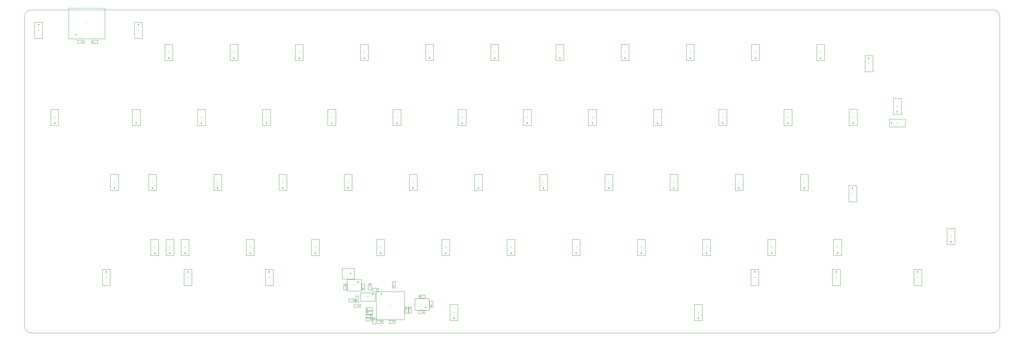
<source format=gbr>
%TF.GenerationSoftware,KiCad,Pcbnew,8.0.6*%
%TF.CreationDate,2024-12-06T10:28:13+08:00*%
%TF.ProjectId,PH60_Rev2,50483630-5f52-4657-9632-2e6b69636164,rev?*%
%TF.SameCoordinates,Original*%
%TF.FileFunction,Component,L2,Bot*%
%TF.FilePolarity,Positive*%
%FSLAX46Y46*%
G04 Gerber Fmt 4.6, Leading zero omitted, Abs format (unit mm)*
G04 Created by KiCad (PCBNEW 8.0.6) date 2024-12-06 10:28:13*
%MOMM*%
%LPD*%
G01*
G04 APERTURE LIST*
%TA.AperFunction,ComponentMain*%
%ADD10C,0.300000*%
%TD*%
%TA.AperFunction,ComponentOutline,Courtyard*%
%ADD11C,0.100000*%
%TD*%
%TA.AperFunction,ComponentPin*%
%ADD12P,0.360000X4X0.000000*%
%TD*%
%TA.AperFunction,ComponentPin*%
%ADD13C,0.100000*%
%TD*%
%TA.AperFunction,Profile*%
%ADD14C,0.050000*%
%TD*%
G04 APERTURE END LIST*
D10*
%TO.C,D1*%
%TO.CFtp,D_SOD-123*%
%TO.CVal,DIODE*%
%TO.CLbN,Diode_SMD*%
%TO.CMnt,SMD*%
%TO.CRot,90*%
X33020000Y-34870000D03*
D11*
X34169999Y-32520001D02*
X34169999Y-37219999D01*
X31870001Y-37219999D01*
X31870001Y-32520001D01*
X34169999Y-32520001D01*
D12*
%TO.P,D1,1,K*%
X33020000Y-33220000D03*
D13*
%TO.P,D1,2,A*%
X33020000Y-36520000D03*
%TD*%
D10*
%TO.C,D46*%
%TO.CFtp,D_SOD-123*%
%TO.CVal,DIODE*%
%TO.CLbN,Diode_SMD*%
%TO.CMnt,SMD*%
%TO.CRot,-90*%
X94932500Y-98480000D03*
D11*
X96082499Y-96130001D02*
X96082499Y-100829999D01*
X93782501Y-100829999D01*
X93782501Y-96130001D01*
X96082499Y-96130001D01*
D12*
%TO.P,D46,1,K*%
X94932500Y-100130000D03*
D13*
%TO.P,D46,2,A*%
X94932500Y-96830000D03*
%TD*%
D10*
%TO.C,D32*%
%TO.CFtp,D_SOD-123*%
%TO.CVal,DIODE*%
%TO.CLbN,Diode_SMD*%
%TO.CMnt,SMD*%
%TO.CRot,-90*%
X104457500Y-79430000D03*
D11*
X105607499Y-77080001D02*
X105607499Y-81779999D01*
X103307501Y-81779999D01*
X103307501Y-77080001D01*
X105607499Y-77080001D01*
D12*
%TO.P,D32,1,K*%
X104457500Y-81080000D03*
D13*
%TO.P,D32,2,A*%
X104457500Y-77780000D03*
%TD*%
D10*
%TO.C,D34*%
%TO.CFtp,D_SOD-123*%
%TO.CVal,DIODE*%
%TO.CLbN,Diode_SMD*%
%TO.CMnt,SMD*%
%TO.CRot,-90*%
X142557500Y-79430000D03*
D11*
X143707499Y-77080001D02*
X143707499Y-81779999D01*
X141407501Y-81779999D01*
X141407501Y-77080001D01*
X143707499Y-77080001D01*
D12*
%TO.P,D34,1,K*%
X142557500Y-81080000D03*
D13*
%TO.P,D34,2,A*%
X142557500Y-77780000D03*
%TD*%
D10*
%TO.C,D41*%
%TO.CFtp,D_SOD-123*%
%TO.CVal,DIODE*%
%TO.CLbN,Diode_SMD*%
%TO.CMnt,SMD*%
%TO.CRot,90*%
X270987500Y-82730000D03*
D11*
X272137499Y-80380001D02*
X272137499Y-85079999D01*
X269837501Y-85079999D01*
X269837501Y-80380001D01*
X272137499Y-80380001D01*
D12*
%TO.P,D41,1,K*%
X270987500Y-81080000D03*
D13*
%TO.P,D41,2,A*%
X270987500Y-84380000D03*
%TD*%
D10*
%TO.C,D56*%
%TO.CFtp,D_SOD-123*%
%TO.CVal,DIODE*%
%TO.CLbN,Diode_SMD*%
%TO.CMnt,SMD*%
%TO.CRot,-90*%
X299720000Y-95250000D03*
D11*
X300869999Y-92900001D02*
X300869999Y-97599999D01*
X298570001Y-97599999D01*
X298570001Y-92900001D01*
X300869999Y-92900001D01*
D12*
%TO.P,D56,1,K*%
X299720000Y-96900000D03*
D13*
%TO.P,D56,2,A*%
X299720000Y-93600000D03*
%TD*%
D10*
%TO.C,D50*%
%TO.CFtp,D_SOD-123*%
%TO.CVal,DIODE*%
%TO.CLbN,Diode_SMD*%
%TO.CMnt,SMD*%
%TO.CRot,-90*%
X171132500Y-98480000D03*
D11*
X172282499Y-96130001D02*
X172282499Y-100829999D01*
X169982501Y-100829999D01*
X169982501Y-96130001D01*
X172282499Y-96130001D01*
D12*
%TO.P,D50,1,K*%
X171132500Y-100130000D03*
D13*
%TO.P,D50,2,A*%
X171132500Y-96830000D03*
%TD*%
D10*
%TO.C,D51*%
%TO.CFtp,D_SOD-123*%
%TO.CVal,DIODE*%
%TO.CLbN,Diode_SMD*%
%TO.CMnt,SMD*%
%TO.CRot,-90*%
X190182500Y-98480000D03*
D11*
X191332499Y-96130001D02*
X191332499Y-100829999D01*
X189032501Y-100829999D01*
X189032501Y-96130001D01*
X191332499Y-96130001D01*
D12*
%TO.P,D51,1,K*%
X190182500Y-100130000D03*
D13*
%TO.P,D51,2,A*%
X190182500Y-96830000D03*
%TD*%
D10*
%TO.C,D5*%
%TO.CFtp,D_SOD-123*%
%TO.CVal,DIODE*%
%TO.CLbN,Diode_SMD*%
%TO.CMnt,SMD*%
%TO.CRot,-90*%
X109220000Y-41330000D03*
D11*
X110369999Y-38980001D02*
X110369999Y-43679999D01*
X108070001Y-43679999D01*
X108070001Y-38980001D01*
X110369999Y-38980001D01*
D12*
%TO.P,D5,1,K*%
X109220000Y-42980000D03*
D13*
%TO.P,D5,2,A*%
X109220000Y-39680000D03*
%TD*%
D10*
%TO.C,R1*%
%TO.CFtp,R_0402_1005Metric*%
%TO.CVal,1k*%
%TO.CLbN,Resistor_SMD*%
%TO.CMnt,SMD*%
%TO.CRot,90*%
X129900000Y-110020000D03*
D11*
X130369999Y-109090001D02*
X130369999Y-110949999D01*
X129430001Y-110949999D01*
X129430001Y-109090001D01*
X130369999Y-109090001D01*
D12*
%TO.P,R1,1*%
X129900000Y-109510000D03*
D13*
%TO.P,R1,2*%
X129900000Y-110530000D03*
%TD*%
D10*
%TO.C,D38*%
%TO.CFtp,D_SOD-123*%
%TO.CVal,DIODE*%
%TO.CLbN,Diode_SMD*%
%TO.CMnt,SMD*%
%TO.CRot,-90*%
X218757500Y-79430000D03*
D11*
X219907499Y-77080001D02*
X219907499Y-81779999D01*
X217607501Y-81779999D01*
X217607501Y-77080001D01*
X219907499Y-77080001D01*
D12*
%TO.P,D38,1,K*%
X218757500Y-81080000D03*
D13*
%TO.P,D38,2,A*%
X218757500Y-77780000D03*
%TD*%
D10*
%TO.C,D52*%
%TO.CFtp,D_SOD-123*%
%TO.CVal,DIODE*%
%TO.CLbN,Diode_SMD*%
%TO.CMnt,SMD*%
%TO.CRot,-90*%
X209232500Y-98480000D03*
D11*
X210382499Y-96130001D02*
X210382499Y-100829999D01*
X208082501Y-100829999D01*
X208082501Y-96130001D01*
X210382499Y-96130001D01*
D12*
%TO.P,D52,1,K*%
X209232500Y-100130000D03*
D13*
%TO.P,D52,2,A*%
X209232500Y-96830000D03*
%TD*%
D10*
%TO.C,D60*%
%TO.CFtp,D_SOD-123*%
%TO.CVal,DIODE*%
%TO.CLbN,Diode_SMD*%
%TO.CMnt,SMD*%
%TO.CRot,-90*%
X154463750Y-117530000D03*
D11*
X155613749Y-115180001D02*
X155613749Y-119879999D01*
X153313751Y-119879999D01*
X153313751Y-115180001D01*
X155613749Y-115180001D01*
D12*
%TO.P,D60,1,K*%
X154463750Y-119180000D03*
D13*
%TO.P,D60,2,A*%
X154463750Y-115880000D03*
%TD*%
D10*
%TO.C,D48*%
%TO.CFtp,D_SOD-123*%
%TO.CVal,DIODE*%
%TO.CLbN,Diode_SMD*%
%TO.CMnt,SMD*%
%TO.CRot,-90*%
X133032500Y-98480000D03*
D11*
X134182499Y-96130001D02*
X134182499Y-100829999D01*
X131882501Y-100829999D01*
X131882501Y-96130001D01*
X134182499Y-96130001D01*
D12*
%TO.P,D48,1,K*%
X133032500Y-100130000D03*
D13*
%TO.P,D48,2,A*%
X133032500Y-96830000D03*
%TD*%
D10*
%TO.C,D20*%
%TO.CFtp,D_SOD-123*%
%TO.CVal,DIODE*%
%TO.CLbN,Diode_SMD*%
%TO.CMnt,SMD*%
%TO.CRot,-90*%
X137795000Y-60380000D03*
D11*
X138944999Y-58030001D02*
X138944999Y-62729999D01*
X136645001Y-62729999D01*
X136645001Y-58030001D01*
X138944999Y-58030001D01*
D12*
%TO.P,D20,1,K*%
X137795000Y-62030000D03*
D13*
%TO.P,D20,2,A*%
X137795000Y-58730000D03*
%TD*%
D10*
%TO.C,C8*%
%TO.CFtp,C_0402_1005Metric*%
%TO.CVal,1u*%
%TO.CLbN,Capacitor_SMD*%
%TO.CMnt,SMD*%
%TO.CRot,0*%
X129650000Y-118550000D03*
D11*
X130559999Y-118090001D02*
X130559999Y-119009999D01*
X128740001Y-119009999D01*
X128740001Y-118090001D01*
X130559999Y-118090001D01*
D12*
%TO.P,C8,1*%
X130130000Y-118550000D03*
D13*
%TO.P,C8,2*%
X129170000Y-118550000D03*
%TD*%
D10*
%TO.C,R4*%
%TO.CFtp,R_0402_1005Metric*%
%TO.CVal,27.4*%
%TO.CLbN,Resistor_SMD*%
%TO.CMnt,SMD*%
%TO.CRot,180*%
X129650000Y-117550000D03*
D11*
X130579999Y-117080001D02*
X130579999Y-118019999D01*
X128720001Y-118019999D01*
X128720001Y-117080001D01*
X130579999Y-117080001D01*
D12*
%TO.P,R4,1*%
X129140000Y-117550000D03*
D13*
%TO.P,R4,2*%
X130160000Y-117550000D03*
%TD*%
D10*
%TO.C,D42*%
%TO.CFtp,D_SOD-123*%
%TO.CVal,DIODE*%
%TO.CLbN,Diode_SMD*%
%TO.CMnt,SMD*%
%TO.CRot,-90*%
X284037500Y-57150000D03*
D11*
X285187499Y-54800001D02*
X285187499Y-59499999D01*
X282887501Y-59499999D01*
X282887501Y-54800001D01*
X285187499Y-54800001D01*
D12*
%TO.P,D42,1,K*%
X284037500Y-58800000D03*
D13*
%TO.P,D42,2,A*%
X284037500Y-55500000D03*
%TD*%
D10*
%TO.C,D55*%
%TO.CFtp,D_SOD-123*%
%TO.CVal,DIODE*%
%TO.CLbN,Diode_SMD*%
%TO.CMnt,SMD*%
%TO.CRot,-90*%
X266575000Y-98480000D03*
D11*
X267724999Y-96130001D02*
X267724999Y-100829999D01*
X265425001Y-100829999D01*
X265425001Y-96130001D01*
X267724999Y-96130001D01*
D12*
%TO.P,D55,1,K*%
X266575000Y-100130000D03*
D13*
%TO.P,D55,2,A*%
X266575000Y-96830000D03*
%TD*%
D10*
%TO.C,D49*%
%TO.CFtp,D_SOD-123*%
%TO.CVal,DIODE*%
%TO.CLbN,Diode_SMD*%
%TO.CMnt,SMD*%
%TO.CRot,-90*%
X152082500Y-98480000D03*
D11*
X153232499Y-96130001D02*
X153232499Y-100829999D01*
X150932501Y-100829999D01*
X150932501Y-96130001D01*
X153232499Y-96130001D01*
D12*
%TO.P,D49,1,K*%
X152082500Y-100130000D03*
D13*
%TO.P,D49,2,A*%
X152082500Y-96830000D03*
%TD*%
D10*
%TO.C,D64*%
%TO.CFtp,D_SOD-123*%
%TO.CVal,DIODE*%
%TO.CLbN,Diode_SMD*%
%TO.CMnt,SMD*%
%TO.CRot,90*%
X290037500Y-107290000D03*
D11*
X291187499Y-104940001D02*
X291187499Y-109639999D01*
X288887501Y-109639999D01*
X288887501Y-104940001D01*
X291187499Y-104940001D01*
D12*
%TO.P,D64,1,K*%
X290037500Y-105640000D03*
D13*
%TO.P,D64,2,A*%
X290037500Y-108940000D03*
%TD*%
D10*
%TO.C,D27*%
%TO.CFtp,D_SOD-123*%
%TO.CVal,DIODE*%
%TO.CLbN,Diode_SMD*%
%TO.CMnt,SMD*%
%TO.CRot,-90*%
X271145000Y-60380000D03*
D11*
X272294999Y-58030001D02*
X272294999Y-62729999D01*
X269995001Y-62729999D01*
X269995001Y-58030001D01*
X272294999Y-58030001D01*
D12*
%TO.P,D27,1,K*%
X271145000Y-62030000D03*
D13*
%TO.P,D27,2,A*%
X271145000Y-58730000D03*
%TD*%
D10*
%TO.C,C10*%
%TO.CFtp,C_0402_1005Metric*%
%TO.CVal,1u*%
%TO.CLbN,Capacitor_SMD*%
%TO.CMnt,SMD*%
%TO.CRot,0*%
X129650000Y-119550000D03*
D11*
X130559999Y-119090001D02*
X130559999Y-120009999D01*
X128740001Y-120009999D01*
X128740001Y-119090001D01*
X130559999Y-119090001D01*
D12*
%TO.P,C10,1*%
X130130000Y-119550000D03*
D13*
%TO.P,C10,2*%
X129170000Y-119550000D03*
%TD*%
D10*
%TO.C,D3*%
%TO.CFtp,D_SOD-123*%
%TO.CVal,DIODE*%
%TO.CLbN,Diode_SMD*%
%TO.CMnt,SMD*%
%TO.CRot,-90*%
X71120000Y-41330000D03*
D11*
X72269999Y-38980001D02*
X72269999Y-43679999D01*
X69970001Y-43679999D01*
X69970001Y-38980001D01*
X72269999Y-38980001D01*
D12*
%TO.P,D3,1,K*%
X71120000Y-42980000D03*
D13*
%TO.P,D3,2,A*%
X71120000Y-39680000D03*
%TD*%
D10*
%TO.C,R6*%
%TO.CFtp,R_0402_1005Metric*%
%TO.CVal,5K1*%
%TO.CLbN,Resistor_SMD*%
%TO.CMnt,SMD*%
%TO.CRot,0*%
X45390000Y-38250000D03*
D11*
X46319999Y-37780001D02*
X46319999Y-38719999D01*
X44460001Y-38719999D01*
X44460001Y-37780001D01*
X46319999Y-37780001D01*
D12*
%TO.P,R6,1*%
X45900000Y-38250000D03*
D13*
%TO.P,R6,2*%
X44880000Y-38250000D03*
%TD*%
D10*
%TO.C,D4*%
%TO.CFtp,D_SOD-123*%
%TO.CVal,DIODE*%
%TO.CLbN,Diode_SMD*%
%TO.CMnt,SMD*%
%TO.CRot,-90*%
X90170000Y-41330000D03*
D11*
X91319999Y-38980001D02*
X91319999Y-43679999D01*
X89020001Y-43679999D01*
X89020001Y-38980001D01*
X91319999Y-38980001D01*
D12*
%TO.P,D4,1,K*%
X90170000Y-42980000D03*
D13*
%TO.P,D4,2,A*%
X90170000Y-39680000D03*
%TD*%
D10*
%TO.C,D33*%
%TO.CFtp,D_SOD-123*%
%TO.CVal,DIODE*%
%TO.CLbN,Diode_SMD*%
%TO.CMnt,SMD*%
%TO.CRot,-90*%
X123507500Y-79430000D03*
D11*
X124657499Y-77080001D02*
X124657499Y-81779999D01*
X122357501Y-81779999D01*
X122357501Y-77080001D01*
X124657499Y-77080001D01*
D12*
%TO.P,D33,1,K*%
X123507500Y-81080000D03*
D13*
%TO.P,D33,2,A*%
X123507500Y-77780000D03*
%TD*%
D10*
%TO.C,C9*%
%TO.CFtp,C_0402_1005Metric*%
%TO.CVal,100n*%
%TO.CLbN,Capacitor_SMD*%
%TO.CMnt,SMD*%
%TO.CRot,90*%
X131130000Y-120030000D03*
D11*
X131589999Y-119120001D02*
X131589999Y-120939999D01*
X130670001Y-120939999D01*
X130670001Y-119120001D01*
X131589999Y-119120001D01*
D12*
%TO.P,C9,1*%
X131130000Y-119550000D03*
D13*
%TO.P,C9,2*%
X131130000Y-120510000D03*
%TD*%
D10*
%TO.C,C7*%
%TO.CFtp,C_0402_1005Metric*%
%TO.CVal,100n*%
%TO.CLbN,Capacitor_SMD*%
%TO.CMnt,SMD*%
%TO.CRot,-90*%
X126125000Y-113565758D03*
D11*
X126584999Y-112655759D02*
X126584999Y-114475757D01*
X125665001Y-114475757D01*
X125665001Y-112655759D01*
X126584999Y-112655759D01*
D12*
%TO.P,C7,1*%
X126125000Y-114045758D03*
D13*
%TO.P,C7,2*%
X126125000Y-113085758D03*
%TD*%
D10*
%TO.C,D17*%
%TO.CFtp,D_SOD-123*%
%TO.CVal,DIODE*%
%TO.CLbN,Diode_SMD*%
%TO.CMnt,SMD*%
%TO.CRot,-90*%
X80645000Y-60380000D03*
D11*
X81794999Y-58030001D02*
X81794999Y-62729999D01*
X79495001Y-62729999D01*
X79495001Y-58030001D01*
X81794999Y-58030001D01*
D12*
%TO.P,D17,1,K*%
X80645000Y-62030000D03*
D13*
%TO.P,D17,2,A*%
X80645000Y-58730000D03*
%TD*%
D10*
%TO.C,Y1*%
%TO.CFtp,Crystal_SMD_3225-4Pin_3.2x2.5mm*%
%TO.CVal,Crystal_GND24*%
%TO.CLbN,Crystal*%
%TO.CMnt,SMD*%
%TO.CRot,0*%
X145100000Y-115150000D03*
D11*
X147199999Y-113450001D02*
X147199999Y-116849999D01*
X143000001Y-116849999D01*
X143000001Y-113450001D01*
X147199999Y-113450001D01*
D12*
%TO.P,Y1,1,1*%
X146200000Y-116000000D03*
D13*
%TO.P,Y1,2,2*%
X144000000Y-116000000D03*
%TO.P,Y1,3,3*%
X144000000Y-114300000D03*
%TO.P,Y1,4,4*%
X146200000Y-114300000D03*
%TD*%
D10*
%TO.C,U2*%
%TO.CFtp,Winbond_USON-8-1EP_3x2mm_P0.5mm_EP0.2x1.6mm*%
%TO.CVal,W25Q128JVS*%
%TO.CLbN,Package_SON*%
%TO.CMnt,SMD*%
%TO.CRot,0*%
X129325000Y-112975000D03*
D11*
X131454999Y-111725001D02*
X131454999Y-114224999D01*
X127195001Y-114224999D01*
X127195001Y-111725001D01*
X131454999Y-111725001D01*
D12*
%TO.P,U2,1,~{CS}*%
X130750000Y-112225000D03*
D13*
%TO.P,U2,2,DO(IO1)*%
X130750000Y-112725000D03*
%TO.P,U2,3,IO2*%
X130750000Y-113225000D03*
%TO.P,U2,4,GND*%
X130750000Y-113725000D03*
%TO.P,U2,5,DI(IO0)*%
X127900000Y-113725000D03*
%TO.P,U2,6,CLK*%
X127900000Y-113225000D03*
%TO.P,U2,7,IO3*%
X127900000Y-112725000D03*
%TO.P,U2,8,VCC*%
X127900000Y-112225000D03*
%TO.P,U2,9*%
X129325000Y-112975000D03*
%TD*%
D10*
%TO.C,C2*%
%TO.CFtp,C_0402_1005Metric*%
%TO.CVal,20p*%
%TO.CLbN,Capacitor_SMD*%
%TO.CMnt,SMD*%
%TO.CRot,180*%
X145100000Y-112900000D03*
D11*
X146009999Y-112440001D02*
X146009999Y-113359999D01*
X144190001Y-113359999D01*
X144190001Y-112440001D01*
X146009999Y-112440001D01*
D12*
%TO.P,C2,1*%
X144620000Y-112900000D03*
D13*
%TO.P,C2,2*%
X145580000Y-112900000D03*
%TD*%
D10*
%TO.C,D28*%
%TO.CFtp,D_SOD-123*%
%TO.CVal,DIODE*%
%TO.CLbN,Diode_SMD*%
%TO.CMnt,SMD*%
%TO.CRot,180*%
X284037500Y-62030000D03*
D11*
X286387499Y-60880001D02*
X286387499Y-63179999D01*
X281687501Y-63179999D01*
X281687501Y-60880001D01*
X286387499Y-60880001D01*
D12*
%TO.P,D28,1,K*%
X282387500Y-62030000D03*
D13*
%TO.P,D28,2,A*%
X285687500Y-62030000D03*
%TD*%
D10*
%TO.C,D63*%
%TO.CFtp,D_SOD-123*%
%TO.CVal,DIODE*%
%TO.CLbN,Diode_SMD*%
%TO.CMnt,SMD*%
%TO.CRot,90*%
X266225000Y-107290000D03*
D11*
X267374999Y-104940001D02*
X267374999Y-109639999D01*
X265075001Y-109639999D01*
X265075001Y-104940001D01*
X267374999Y-104940001D01*
D12*
%TO.P,D63,1,K*%
X266225000Y-105640000D03*
D13*
%TO.P,D63,2,A*%
X266225000Y-108940000D03*
%TD*%
D10*
%TO.C,D31*%
%TO.CFtp,D_SOD-123*%
%TO.CVal,DIODE*%
%TO.CLbN,Diode_SMD*%
%TO.CMnt,SMD*%
%TO.CRot,-90*%
X85407500Y-79430000D03*
D11*
X86557499Y-77080001D02*
X86557499Y-81779999D01*
X84257501Y-81779999D01*
X84257501Y-77080001D01*
X86557499Y-77080001D01*
D12*
%TO.P,D31,1,K*%
X85407500Y-81080000D03*
D13*
%TO.P,D31,2,A*%
X85407500Y-77780000D03*
%TD*%
D10*
%TO.C,U3*%
%TO.CFtp,QFN-56-1EP_7x7mm_P0.4mm_EP3.2x3.2mm_ThermalVias*%
%TO.CVal,RP2040*%
%TO.CLbN,Package_DFN_QFN*%
%TO.CMnt,SMD*%
%TO.CRot,90*%
X135900000Y-115550000D03*
D11*
X140029999Y-111420001D02*
X140029999Y-119679999D01*
X131770001Y-119679999D01*
X131770001Y-111420001D01*
X140029999Y-111420001D01*
D12*
%TO.P,U3,1,IOVDD*%
X133300000Y-112112500D03*
D13*
%TO.P,U3,2,GPIO0*%
X133700000Y-112112500D03*
%TO.P,U3,3,GPIO1*%
X134100000Y-112112500D03*
%TO.P,U3,4,GPIO2*%
X134500000Y-112112500D03*
%TO.P,U3,5,GPIO3*%
X134900000Y-112112500D03*
%TO.P,U3,6,GPIO4*%
X135300000Y-112112500D03*
%TO.P,U3,7,GPIO5*%
X135700000Y-112112500D03*
%TO.P,U3,8,GPIO6*%
X136100000Y-112112500D03*
%TO.P,U3,9,GPIO7*%
X136500000Y-112112500D03*
%TO.P,U3,10,IOVDD*%
X136900000Y-112112500D03*
%TO.P,U3,11,GPIO8*%
X137300000Y-112112500D03*
%TO.P,U3,12,GPIO9*%
X137700000Y-112112500D03*
%TO.P,U3,13,GPIO10*%
X138100000Y-112112500D03*
%TO.P,U3,14,GPIO11*%
X138500000Y-112112500D03*
%TO.P,U3,15,GPIO12*%
X139337500Y-112950000D03*
%TO.P,U3,16,GPIO13*%
X139337500Y-113350000D03*
%TO.P,U3,17,GPIO14*%
X139337500Y-113750000D03*
%TO.P,U3,18,GPIO15*%
X139337500Y-114150000D03*
%TO.P,U3,19,TESTEN*%
X139337500Y-114550000D03*
%TO.P,U3,20,XIN*%
X139337500Y-114950000D03*
%TO.P,U3,21,XOUT*%
X139337500Y-115350000D03*
%TO.P,U3,22,IOVDD*%
X139337500Y-115750000D03*
%TO.P,U3,23,DVDD*%
X139337500Y-116150000D03*
%TO.P,U3,24,SWCLK*%
X139337500Y-116550000D03*
%TO.P,U3,25,SWD*%
X139337500Y-116950000D03*
%TO.P,U3,26,RUN*%
X139337500Y-117350000D03*
%TO.P,U3,27,GPIO16*%
X139337500Y-117750000D03*
%TO.P,U3,28,GPIO17*%
X139337500Y-118150000D03*
%TO.P,U3,29,GPIO18*%
X138500000Y-118987500D03*
%TO.P,U3,30,GPIO19*%
X138100000Y-118987500D03*
%TO.P,U3,31,GPIO20*%
X137700000Y-118987500D03*
%TO.P,U3,32,GPIO21*%
X137300000Y-118987500D03*
%TO.P,U3,33,IOVDD*%
X136900000Y-118987500D03*
%TO.P,U3,34,GPIO22*%
X136500000Y-118987500D03*
%TO.P,U3,35,GPIO23*%
X136100000Y-118987500D03*
%TO.P,U3,36,GPIO24*%
X135700000Y-118987500D03*
%TO.P,U3,37,GPIO25*%
X135300000Y-118987500D03*
%TO.P,U3,38,GPIO26_ADC0*%
X134900000Y-118987500D03*
%TO.P,U3,39,GPIO27_ADC1*%
X134500000Y-118987500D03*
%TO.P,U3,40,GPIO28_ADC2*%
X134100000Y-118987500D03*
%TO.P,U3,41,GPIO29_ADC3*%
X133700000Y-118987500D03*
%TO.P,U3,42,IOVDD*%
X133300000Y-118987500D03*
%TO.P,U3,43,ADC_AVDD*%
X132462500Y-118150000D03*
%TO.P,U3,44,VREG_IN*%
X132462500Y-117750000D03*
%TO.P,U3,45,VREG_VOUT*%
X132462500Y-117350000D03*
%TO.P,U3,46,USB_DM*%
X132462500Y-116950000D03*
%TO.P,U3,47,USB_DP*%
X132462500Y-116550000D03*
%TO.P,U3,48,USB_VDD*%
X132462500Y-116150000D03*
%TO.P,U3,49,IOVDD*%
X132462500Y-115750000D03*
%TO.P,U3,50,DVDD*%
X132462500Y-115350000D03*
%TO.P,U3,51,QSPI_SD3*%
X132462500Y-114950000D03*
%TO.P,U3,52,QSPI_SCLK*%
X132462500Y-114550000D03*
%TO.P,U3,53,QSPI_SD0*%
X132462500Y-114150000D03*
%TO.P,U3,54,QSPI_SD2*%
X132462500Y-113750000D03*
%TO.P,U3,55,QSPI_SD1*%
X132462500Y-113350000D03*
%TO.P,U3,56,QSPI_SS*%
X132462500Y-112950000D03*
%TO.P,U3,57,GND*%
X137250000Y-114200000D03*
X134550000Y-114200000D03*
X135900000Y-115550000D03*
X137250000Y-116900000D03*
X134550000Y-116900000D03*
%TD*%
D10*
%TO.C,C4*%
%TO.CFtp,C_0402_1005Metric*%
%TO.CVal,10u*%
%TO.CLbN,Capacitor_SMD*%
%TO.CMnt,SMD*%
%TO.CRot,-90*%
X127900000Y-110020000D03*
D11*
X128359999Y-109110001D02*
X128359999Y-110929999D01*
X127440001Y-110929999D01*
X127440001Y-109110001D01*
X128359999Y-109110001D01*
D12*
%TO.P,C4,1*%
X127900000Y-110500000D03*
D13*
%TO.P,C4,2*%
X127900000Y-109540000D03*
%TD*%
D10*
%TO.C,D29*%
%TO.CFtp,D_SOD-123*%
%TO.CVal,DIODE*%
%TO.CLbN,Diode_SMD*%
%TO.CMnt,SMD*%
%TO.CRot,-90*%
X55243750Y-79430000D03*
D11*
X56393749Y-77080001D02*
X56393749Y-81779999D01*
X54093751Y-81779999D01*
X54093751Y-77080001D01*
X56393749Y-77080001D01*
D12*
%TO.P,D29,1,K*%
X55243750Y-81080000D03*
D13*
%TO.P,D29,2,A*%
X55243750Y-77780000D03*
%TD*%
D10*
%TO.C,D40*%
%TO.CFtp,D_SOD-123*%
%TO.CVal,DIODE*%
%TO.CLbN,Diode_SMD*%
%TO.CMnt,SMD*%
%TO.CRot,-90*%
X256857500Y-79430000D03*
D11*
X258007499Y-77080001D02*
X258007499Y-81779999D01*
X255707501Y-81779999D01*
X255707501Y-77080001D01*
X258007499Y-77080001D01*
D12*
%TO.P,D40,1,K*%
X256857500Y-81080000D03*
D13*
%TO.P,D40,2,A*%
X256857500Y-77780000D03*
%TD*%
D10*
%TO.C,D47*%
%TO.CFtp,D_SOD-123*%
%TO.CVal,DIODE*%
%TO.CLbN,Diode_SMD*%
%TO.CMnt,SMD*%
%TO.CRot,-90*%
X113982500Y-98480000D03*
D11*
X115132499Y-96130001D02*
X115132499Y-100829999D01*
X112832501Y-100829999D01*
X112832501Y-96130001D01*
X115132499Y-96130001D01*
D12*
%TO.P,D47,1,K*%
X113982500Y-100130000D03*
D13*
%TO.P,D47,2,A*%
X113982500Y-96830000D03*
%TD*%
D10*
%TO.C,D9*%
%TO.CFtp,D_SOD-123*%
%TO.CVal,DIODE*%
%TO.CLbN,Diode_SMD*%
%TO.CMnt,SMD*%
%TO.CRot,-90*%
X185420000Y-41330000D03*
D11*
X186569999Y-38980001D02*
X186569999Y-43679999D01*
X184270001Y-43679999D01*
X184270001Y-38980001D01*
X186569999Y-38980001D01*
D12*
%TO.P,D9,1,K*%
X185420000Y-42980000D03*
D13*
%TO.P,D9,2,A*%
X185420000Y-39680000D03*
%TD*%
D10*
%TO.C,R5*%
%TO.CFtp,R_0402_1005Metric*%
%TO.CVal,1k*%
%TO.CLbN,Resistor_SMD*%
%TO.CMnt,SMD*%
%TO.CRot,0*%
X145100000Y-117400000D03*
D11*
X146029999Y-116930001D02*
X146029999Y-117869999D01*
X144170001Y-117869999D01*
X144170001Y-116930001D01*
X146029999Y-116930001D01*
D12*
%TO.P,R5,1*%
X145610000Y-117400000D03*
D13*
%TO.P,R5,2*%
X144590000Y-117400000D03*
%TD*%
D10*
%TO.C,D45*%
%TO.CFtp,D_SOD-123*%
%TO.CVal,DIODE*%
%TO.CLbN,Diode_SMD*%
%TO.CMnt,SMD*%
%TO.CRot,-90*%
X75882500Y-98480000D03*
D11*
X77032499Y-96130001D02*
X77032499Y-100829999D01*
X74732501Y-100829999D01*
X74732501Y-96130001D01*
X77032499Y-96130001D01*
D12*
%TO.P,D45,1,K*%
X75882500Y-100130000D03*
D13*
%TO.P,D45,2,A*%
X75882500Y-96830000D03*
%TD*%
D10*
%TO.C,D54*%
%TO.CFtp,D_SOD-123*%
%TO.CVal,DIODE*%
%TO.CLbN,Diode_SMD*%
%TO.CMnt,SMD*%
%TO.CRot,-90*%
X247332500Y-98480000D03*
D11*
X248482499Y-96130001D02*
X248482499Y-100829999D01*
X246182501Y-100829999D01*
X246182501Y-96130001D01*
X248482499Y-96130001D01*
D12*
%TO.P,D54,1,K*%
X247332500Y-100130000D03*
D13*
%TO.P,D54,2,A*%
X247332500Y-96830000D03*
%TD*%
D10*
%TO.C,D7*%
%TO.CFtp,D_SOD-123*%
%TO.CVal,DIODE*%
%TO.CLbN,Diode_SMD*%
%TO.CMnt,SMD*%
%TO.CRot,-90*%
X147320000Y-41330000D03*
D11*
X148469999Y-38980001D02*
X148469999Y-43679999D01*
X146170001Y-43679999D01*
X146170001Y-38980001D01*
X148469999Y-38980001D01*
D12*
%TO.P,D7,1,K*%
X147320000Y-42980000D03*
D13*
%TO.P,D7,2,A*%
X147320000Y-39680000D03*
%TD*%
D10*
%TO.C,D53*%
%TO.CFtp,D_SOD-123*%
%TO.CVal,DIODE*%
%TO.CLbN,Diode_SMD*%
%TO.CMnt,SMD*%
%TO.CRot,-90*%
X228282500Y-98480000D03*
D11*
X229432499Y-96130001D02*
X229432499Y-100829999D01*
X227132501Y-100829999D01*
X227132501Y-96130001D01*
X229432499Y-96130001D01*
D12*
%TO.P,D53,1,K*%
X228282500Y-100130000D03*
D13*
%TO.P,D53,2,A*%
X228282500Y-96830000D03*
%TD*%
D10*
%TO.C,D24*%
%TO.CFtp,D_SOD-123*%
%TO.CVal,DIODE*%
%TO.CLbN,Diode_SMD*%
%TO.CMnt,SMD*%
%TO.CRot,-90*%
X213995000Y-60380000D03*
D11*
X215144999Y-58030001D02*
X215144999Y-62729999D01*
X212845001Y-62729999D01*
X212845001Y-58030001D01*
X215144999Y-58030001D01*
D12*
%TO.P,D24,1,K*%
X213995000Y-62030000D03*
D13*
%TO.P,D24,2,A*%
X213995000Y-58730000D03*
%TD*%
D10*
%TO.C,C12*%
%TO.CFtp,C_0402_1005Metric*%
%TO.CVal,100n*%
%TO.CLbN,Capacitor_SMD*%
%TO.CMnt,SMD*%
%TO.CRot,0*%
X136420000Y-120250000D03*
D11*
X137329999Y-119790001D02*
X137329999Y-120709999D01*
X135510001Y-120709999D01*
X135510001Y-119790001D01*
X137329999Y-119790001D01*
D12*
%TO.P,C12,1*%
X136900000Y-120250000D03*
D13*
%TO.P,C12,2*%
X135940000Y-120250000D03*
%TD*%
D10*
%TO.C,D39*%
%TO.CFtp,D_SOD-123*%
%TO.CVal,DIODE*%
%TO.CLbN,Diode_SMD*%
%TO.CMnt,SMD*%
%TO.CRot,-90*%
X237807500Y-79430000D03*
D11*
X238957499Y-77080001D02*
X238957499Y-81779999D01*
X236657501Y-81779999D01*
X236657501Y-77080001D01*
X238957499Y-77080001D01*
D12*
%TO.P,D39,1,K*%
X237807500Y-81080000D03*
D13*
%TO.P,D39,2,A*%
X237807500Y-77780000D03*
%TD*%
D10*
%TO.C,D21*%
%TO.CFtp,D_SOD-123*%
%TO.CVal,DIODE*%
%TO.CLbN,Diode_SMD*%
%TO.CMnt,SMD*%
%TO.CRot,-90*%
X156845000Y-60380000D03*
D11*
X157994999Y-58030001D02*
X157994999Y-62729999D01*
X155695001Y-62729999D01*
X155695001Y-58030001D01*
X157994999Y-58030001D01*
D12*
%TO.P,D21,1,K*%
X156845000Y-62030000D03*
D13*
%TO.P,D21,2,A*%
X156845000Y-58730000D03*
%TD*%
D10*
%TO.C,C3*%
%TO.CFtp,C_0402_1005Metric*%
%TO.CVal,20p*%
%TO.CLbN,Capacitor_SMD*%
%TO.CMnt,SMD*%
%TO.CRot,-90*%
X147850000Y-115150000D03*
D11*
X148309999Y-114240001D02*
X148309999Y-116059999D01*
X147390001Y-116059999D01*
X147390001Y-114240001D01*
X148309999Y-114240001D01*
D12*
%TO.P,C3,1*%
X147850000Y-115630000D03*
D13*
%TO.P,C3,2*%
X147850000Y-114670000D03*
%TD*%
D10*
%TO.C,D10*%
%TO.CFtp,D_SOD-123*%
%TO.CVal,DIODE*%
%TO.CLbN,Diode_SMD*%
%TO.CMnt,SMD*%
%TO.CRot,-90*%
X204470000Y-41330000D03*
D11*
X205619999Y-38980001D02*
X205619999Y-43679999D01*
X203320001Y-43679999D01*
X203320001Y-38980001D01*
X205619999Y-38980001D01*
D12*
%TO.P,D10,1,K*%
X204470000Y-42980000D03*
D13*
%TO.P,D10,2,A*%
X204470000Y-39680000D03*
%TD*%
D10*
%TO.C,J2*%
%TO.CFtp,PinHeader_1x02_P1.27mm_Vertical*%
%TO.CVal,Conn_01x02*%
%TO.CLbN,Connector_PinHeader_1.27mm*%
%TO.CMnt,TH*%
%TO.CRot,-90*%
X124225000Y-106150000D03*
D11*
X125374999Y-104600001D02*
X125374999Y-107699999D01*
X121775001Y-107699999D01*
X121775001Y-104600001D01*
X125374999Y-104600001D01*
D12*
%TO.P,J2,1,Pin_1*%
X124225000Y-106150000D03*
D13*
%TO.P,J2,2,Pin_2*%
X122955000Y-106150000D03*
%TD*%
D10*
%TO.C,D2*%
%TO.CFtp,D_SOD-123*%
%TO.CVal,DIODE*%
%TO.CLbN,Diode_SMD*%
%TO.CMnt,SMD*%
%TO.CRot,90*%
X62230000Y-34870000D03*
D11*
X63379999Y-32520001D02*
X63379999Y-37219999D01*
X61080001Y-37219999D01*
X61080001Y-32520001D01*
X63379999Y-32520001D01*
D12*
%TO.P,D2,1,K*%
X62230000Y-33220000D03*
D13*
%TO.P,D2,2,A*%
X62230000Y-36520000D03*
%TD*%
D10*
%TO.C,D25*%
%TO.CFtp,D_SOD-123*%
%TO.CVal,DIODE*%
%TO.CLbN,Diode_SMD*%
%TO.CMnt,SMD*%
%TO.CRot,-90*%
X233045000Y-60380000D03*
D11*
X234194999Y-58030001D02*
X234194999Y-62729999D01*
X231895001Y-62729999D01*
X231895001Y-58030001D01*
X234194999Y-58030001D01*
D12*
%TO.P,D25,1,K*%
X233045000Y-62030000D03*
D13*
%TO.P,D25,2,A*%
X233045000Y-58730000D03*
%TD*%
D10*
%TO.C,D44*%
%TO.CFtp,D_SOD-123*%
%TO.CVal,DIODE*%
%TO.CLbN,Diode_SMD*%
%TO.CMnt,SMD*%
%TO.CRot,-90*%
X71437500Y-98480000D03*
D11*
X72587499Y-96130001D02*
X72587499Y-100829999D01*
X70287501Y-100829999D01*
X70287501Y-96130001D01*
X72587499Y-96130001D01*
D12*
%TO.P,D44,1,K*%
X71437500Y-100130000D03*
D13*
%TO.P,D44,2,A*%
X71437500Y-96830000D03*
%TD*%
D10*
%TO.C,D14*%
%TO.CFtp,D_SOD-123*%
%TO.CVal,DIODE*%
%TO.CLbN,Diode_SMD*%
%TO.CMnt,SMD*%
%TO.CRot,90*%
X275750000Y-44630000D03*
D11*
X276899999Y-42280001D02*
X276899999Y-46979999D01*
X274600001Y-46979999D01*
X274600001Y-42280001D01*
X276899999Y-42280001D01*
D12*
%TO.P,D14,1,K*%
X275750000Y-42980000D03*
D13*
%TO.P,D14,2,A*%
X275750000Y-46280000D03*
%TD*%
D10*
%TO.C,D57*%
%TO.CFtp,D_SOD-123*%
%TO.CVal,DIODE*%
%TO.CLbN,Diode_SMD*%
%TO.CMnt,SMD*%
%TO.CRot,90*%
X52862500Y-107290000D03*
D11*
X54012499Y-104940001D02*
X54012499Y-109639999D01*
X51712501Y-109639999D01*
X51712501Y-104940001D01*
X54012499Y-104940001D01*
D12*
%TO.P,D57,1,K*%
X52862500Y-105640000D03*
D13*
%TO.P,D57,2,A*%
X52862500Y-108940000D03*
%TD*%
D10*
%TO.C,D16*%
%TO.CFtp,D_SOD-123*%
%TO.CVal,DIODE*%
%TO.CLbN,Diode_SMD*%
%TO.CMnt,SMD*%
%TO.CRot,-90*%
X61595000Y-60380000D03*
D11*
X62744999Y-58030001D02*
X62744999Y-62729999D01*
X60445001Y-62729999D01*
X60445001Y-58030001D01*
X62744999Y-58030001D01*
D12*
%TO.P,D16,1,K*%
X61595000Y-62030000D03*
D13*
%TO.P,D16,2,A*%
X61595000Y-58730000D03*
%TD*%
D10*
%TO.C,C1*%
%TO.CFtp,C_0402_1005Metric*%
%TO.CVal,10u*%
%TO.CLbN,Capacitor_SMD*%
%TO.CMnt,SMD*%
%TO.CRot,90*%
X122700000Y-110030000D03*
D11*
X123159999Y-109120001D02*
X123159999Y-110939999D01*
X122240001Y-110939999D01*
X122240001Y-109120001D01*
X123159999Y-109120001D01*
D12*
%TO.P,C1,1*%
X122700000Y-109550000D03*
D13*
%TO.P,C1,2*%
X122700000Y-110510000D03*
%TD*%
D10*
%TO.C,D13*%
%TO.CFtp,D_SOD-123*%
%TO.CVal,DIODE*%
%TO.CLbN,Diode_SMD*%
%TO.CMnt,SMD*%
%TO.CRot,-90*%
X261620000Y-41330000D03*
D11*
X262769999Y-38980001D02*
X262769999Y-43679999D01*
X260470001Y-43679999D01*
X260470001Y-38980001D01*
X262769999Y-38980001D01*
D12*
%TO.P,D13,1,K*%
X261620000Y-42980000D03*
D13*
%TO.P,D13,2,A*%
X261620000Y-39680000D03*
%TD*%
D10*
%TO.C,D43*%
%TO.CFtp,D_SOD-123*%
%TO.CVal,DIODE*%
%TO.CLbN,Diode_SMD*%
%TO.CMnt,SMD*%
%TO.CRot,-90*%
X66992500Y-98480000D03*
D11*
X68142499Y-96130001D02*
X68142499Y-100829999D01*
X65842501Y-100829999D01*
X65842501Y-96130001D01*
X68142499Y-96130001D01*
D12*
%TO.P,D43,1,K*%
X66992500Y-100130000D03*
D13*
%TO.P,D43,2,A*%
X66992500Y-96830000D03*
%TD*%
D10*
%TO.C,U4*%
%TO.CFtp,SOT-23-3*%
%TO.CVal,XC6206PxxxMR*%
%TO.CLbN,Package_TO_SOT_SMD*%
%TO.CMnt,SMD*%
%TO.CRot,0*%
X125300000Y-109550000D03*
D11*
X127349999Y-107850001D02*
X127349999Y-111249999D01*
X123250001Y-111249999D01*
X123250001Y-107850001D01*
X127349999Y-107850001D01*
D12*
%TO.P,U4,1,GND*%
X126437500Y-108600000D03*
D13*
%TO.P,U4,2,VO*%
X126437500Y-110500000D03*
%TO.P,U4,3,VI*%
X124162500Y-109550000D03*
%TD*%
D10*
%TO.C,R3*%
%TO.CFtp,R_0402_1005Metric*%
%TO.CVal,27.4*%
%TO.CLbN,Resistor_SMD*%
%TO.CMnt,SMD*%
%TO.CRot,180*%
X129650000Y-116550000D03*
D11*
X130579999Y-116080001D02*
X130579999Y-117019999D01*
X128720001Y-117019999D01*
X128720001Y-116080001D01*
X130579999Y-116080001D01*
D12*
%TO.P,R3,1*%
X129140000Y-116550000D03*
D13*
%TO.P,R3,2*%
X130160000Y-116550000D03*
%TD*%
D10*
%TO.C,D15*%
%TO.CFtp,D_SOD-123*%
%TO.CVal,DIODE*%
%TO.CLbN,Diode_SMD*%
%TO.CMnt,SMD*%
%TO.CRot,-90*%
X37782500Y-60380000D03*
D11*
X38932499Y-58030001D02*
X38932499Y-62729999D01*
X36632501Y-62729999D01*
X36632501Y-58030001D01*
X38932499Y-58030001D01*
D12*
%TO.P,D15,1,K*%
X37782500Y-62030000D03*
D13*
%TO.P,D15,2,A*%
X37782500Y-58730000D03*
%TD*%
D10*
%TO.C,D6*%
%TO.CFtp,D_SOD-123*%
%TO.CVal,DIODE*%
%TO.CLbN,Diode_SMD*%
%TO.CMnt,SMD*%
%TO.CRot,-90*%
X128270000Y-41330000D03*
D11*
X129419999Y-38980001D02*
X129419999Y-43679999D01*
X127120001Y-43679999D01*
X127120001Y-38980001D01*
X129419999Y-38980001D01*
D12*
%TO.P,D6,1,K*%
X128270000Y-42980000D03*
D13*
%TO.P,D6,2,A*%
X128270000Y-39680000D03*
%TD*%
D10*
%TO.C,C11*%
%TO.CFtp,C_0402_1005Metric*%
%TO.CVal,100n*%
%TO.CLbN,Capacitor_SMD*%
%TO.CMnt,SMD*%
%TO.CRot,0*%
X132820000Y-120250000D03*
D11*
X133729999Y-119790001D02*
X133729999Y-120709999D01*
X131910001Y-120709999D01*
X131910001Y-119790001D01*
X133729999Y-119790001D01*
D12*
%TO.P,C11,1*%
X133300000Y-120250000D03*
D13*
%TO.P,C11,2*%
X132340000Y-120250000D03*
%TD*%
D10*
%TO.C,C16*%
%TO.CFtp,C_0402_1005Metric*%
%TO.CVal,100n*%
%TO.CLbN,Capacitor_SMD*%
%TO.CMnt,SMD*%
%TO.CRot,0*%
X126200000Y-115540000D03*
D11*
X127109999Y-115080001D02*
X127109999Y-115999999D01*
X125290001Y-115999999D01*
X125290001Y-115080001D01*
X127109999Y-115080001D01*
D12*
%TO.P,C16,1*%
X126680000Y-115540000D03*
D13*
%TO.P,C16,2*%
X125720000Y-115540000D03*
%TD*%
D10*
%TO.C,D59*%
%TO.CFtp,D_SOD-123*%
%TO.CVal,DIODE*%
%TO.CLbN,Diode_SMD*%
%TO.CMnt,SMD*%
%TO.CRot,90*%
X100487500Y-107290000D03*
D11*
X101637499Y-104940001D02*
X101637499Y-109639999D01*
X99337501Y-109639999D01*
X99337501Y-104940001D01*
X101637499Y-104940001D01*
D12*
%TO.P,D59,1,K*%
X100487500Y-105640000D03*
D13*
%TO.P,D59,2,A*%
X100487500Y-108940000D03*
%TD*%
D10*
%TO.C,D26*%
%TO.CFtp,D_SOD-123*%
%TO.CVal,DIODE*%
%TO.CLbN,Diode_SMD*%
%TO.CMnt,SMD*%
%TO.CRot,-90*%
X252095000Y-60380000D03*
D11*
X253244999Y-58030001D02*
X253244999Y-62729999D01*
X250945001Y-62729999D01*
X250945001Y-58030001D01*
X253244999Y-58030001D01*
D12*
%TO.P,D26,1,K*%
X252095000Y-62030000D03*
D13*
%TO.P,D26,2,A*%
X252095000Y-58730000D03*
%TD*%
D10*
%TO.C,D18*%
%TO.CFtp,D_SOD-123*%
%TO.CVal,DIODE*%
%TO.CLbN,Diode_SMD*%
%TO.CMnt,SMD*%
%TO.CRot,-90*%
X99695000Y-60380000D03*
D11*
X100844999Y-58030001D02*
X100844999Y-62729999D01*
X98545001Y-62729999D01*
X98545001Y-58030001D01*
X100844999Y-58030001D01*
D12*
%TO.P,D18,1,K*%
X99695000Y-62030000D03*
D13*
%TO.P,D18,2,A*%
X99695000Y-58730000D03*
%TD*%
D10*
%TO.C,D62*%
%TO.CFtp,D_SOD-123*%
%TO.CVal,DIODE*%
%TO.CLbN,Diode_SMD*%
%TO.CMnt,SMD*%
%TO.CRot,90*%
X242412500Y-107290000D03*
D11*
X243562499Y-104940001D02*
X243562499Y-109639999D01*
X241262501Y-109639999D01*
X241262501Y-104940001D01*
X243562499Y-104940001D01*
D12*
%TO.P,D62,1,K*%
X242412500Y-105640000D03*
D13*
%TO.P,D62,2,A*%
X242412500Y-108940000D03*
%TD*%
D10*
%TO.C,C13*%
%TO.CFtp,C_0402_1005Metric*%
%TO.CVal,100n*%
%TO.CLbN,Capacitor_SMD*%
%TO.CMnt,SMD*%
%TO.CRot,90*%
X141600000Y-116810000D03*
D11*
X142059999Y-115900001D02*
X142059999Y-117719999D01*
X141140001Y-117719999D01*
X141140001Y-115900001D01*
X142059999Y-115900001D01*
D12*
%TO.P,C13,1*%
X141600000Y-116330000D03*
D13*
%TO.P,C13,2*%
X141600000Y-117290000D03*
%TD*%
D10*
%TO.C,D23*%
%TO.CFtp,D_SOD-123*%
%TO.CVal,DIODE*%
%TO.CLbN,Diode_SMD*%
%TO.CMnt,SMD*%
%TO.CRot,-90*%
X194945000Y-60380000D03*
D11*
X196094999Y-58030001D02*
X196094999Y-62729999D01*
X193795001Y-62729999D01*
X193795001Y-58030001D01*
X196094999Y-58030001D01*
D12*
%TO.P,D23,1,K*%
X194945000Y-62030000D03*
D13*
%TO.P,D23,2,A*%
X194945000Y-58730000D03*
%TD*%
D10*
%TO.C,D36*%
%TO.CFtp,D_SOD-123*%
%TO.CVal,DIODE*%
%TO.CLbN,Diode_SMD*%
%TO.CMnt,SMD*%
%TO.CRot,-90*%
X180657500Y-79430000D03*
D11*
X181807499Y-77080001D02*
X181807499Y-81779999D01*
X179507501Y-81779999D01*
X179507501Y-77080001D01*
X181807499Y-77080001D01*
D12*
%TO.P,D36,1,K*%
X180657500Y-81080000D03*
D13*
%TO.P,D36,2,A*%
X180657500Y-77780000D03*
%TD*%
D10*
%TO.C,D58*%
%TO.CFtp,D_SOD-123*%
%TO.CVal,DIODE*%
%TO.CLbN,Diode_SMD*%
%TO.CMnt,SMD*%
%TO.CRot,90*%
X76675000Y-107290000D03*
D11*
X77824999Y-104940001D02*
X77824999Y-109639999D01*
X75525001Y-109639999D01*
X75525001Y-104940001D01*
X77824999Y-104940001D01*
D12*
%TO.P,D58,1,K*%
X76675000Y-105640000D03*
D13*
%TO.P,D58,2,A*%
X76675000Y-108940000D03*
%TD*%
D10*
%TO.C,D37*%
%TO.CFtp,D_SOD-123*%
%TO.CVal,DIODE*%
%TO.CLbN,Diode_SMD*%
%TO.CMnt,SMD*%
%TO.CRot,-90*%
X199707500Y-79430000D03*
D11*
X200857499Y-77080001D02*
X200857499Y-81779999D01*
X198557501Y-81779999D01*
X198557501Y-77080001D01*
X200857499Y-77080001D01*
D12*
%TO.P,D37,1,K*%
X199707500Y-81080000D03*
D13*
%TO.P,D37,2,A*%
X199707500Y-77780000D03*
%TD*%
D10*
%TO.C,D12*%
%TO.CFtp,D_SOD-123*%
%TO.CVal,DIODE*%
%TO.CLbN,Diode_SMD*%
%TO.CMnt,SMD*%
%TO.CRot,-90*%
X242570000Y-41330000D03*
D11*
X243719999Y-38980001D02*
X243719999Y-43679999D01*
X241420001Y-43679999D01*
X241420001Y-38980001D01*
X243719999Y-38980001D01*
D12*
%TO.P,D12,1,K*%
X242570000Y-42980000D03*
D13*
%TO.P,D12,2,A*%
X242570000Y-39680000D03*
%TD*%
D10*
%TO.C,R7*%
%TO.CFtp,R_0402_1005Metric*%
%TO.CVal,5K1*%
%TO.CLbN,Resistor_SMD*%
%TO.CMnt,SMD*%
%TO.CRot,180*%
X49410000Y-38250000D03*
D11*
X50339999Y-37780001D02*
X50339999Y-38719999D01*
X48480001Y-38719999D01*
X48480001Y-37780001D01*
X50339999Y-37780001D01*
D12*
%TO.P,R7,1*%
X48900000Y-38250000D03*
D13*
%TO.P,R7,2*%
X49920000Y-38250000D03*
%TD*%
D10*
%TO.C,D35*%
%TO.CFtp,D_SOD-123*%
%TO.CVal,DIODE*%
%TO.CLbN,Diode_SMD*%
%TO.CMnt,SMD*%
%TO.CRot,-90*%
X161607500Y-79430000D03*
D11*
X162757499Y-77080001D02*
X162757499Y-81779999D01*
X160457501Y-81779999D01*
X160457501Y-77080001D01*
X162757499Y-77080001D01*
D12*
%TO.P,D35,1,K*%
X161607500Y-81080000D03*
D13*
%TO.P,D35,2,A*%
X161607500Y-77780000D03*
%TD*%
D10*
%TO.C,D30*%
%TO.CFtp,D_SOD-123*%
%TO.CVal,DIODE*%
%TO.CLbN,Diode_SMD*%
%TO.CMnt,SMD*%
%TO.CRot,-90*%
X66357500Y-79430000D03*
D11*
X67507499Y-77080001D02*
X67507499Y-81779999D01*
X65207501Y-81779999D01*
X65207501Y-77080001D01*
X67507499Y-77080001D01*
D12*
%TO.P,D30,1,K*%
X66357500Y-81080000D03*
D13*
%TO.P,D30,2,A*%
X66357500Y-77780000D03*
%TD*%
D10*
%TO.C,C6*%
%TO.CFtp,C_0402_1005Metric*%
%TO.CVal,100n*%
%TO.CLbN,Capacitor_SMD*%
%TO.CMnt,SMD*%
%TO.CRot,90*%
X140600000Y-116810000D03*
D11*
X141059999Y-115900001D02*
X141059999Y-117719999D01*
X140140001Y-117719999D01*
X140140001Y-115900001D01*
X141059999Y-115900001D01*
D12*
%TO.P,C6,1*%
X140600000Y-116330000D03*
D13*
%TO.P,C6,2*%
X140600000Y-117290000D03*
%TD*%
D10*
%TO.C,D22*%
%TO.CFtp,D_SOD-123*%
%TO.CVal,DIODE*%
%TO.CLbN,Diode_SMD*%
%TO.CMnt,SMD*%
%TO.CRot,-90*%
X175895000Y-60380000D03*
D11*
X177044999Y-58030001D02*
X177044999Y-62729999D01*
X174745001Y-62729999D01*
X174745001Y-58030001D01*
X177044999Y-58030001D01*
D12*
%TO.P,D22,1,K*%
X175895000Y-62030000D03*
D13*
%TO.P,D22,2,A*%
X175895000Y-58730000D03*
%TD*%
D10*
%TO.C,D61*%
%TO.CFtp,D_SOD-123*%
%TO.CVal,DIODE*%
%TO.CLbN,Diode_SMD*%
%TO.CMnt,SMD*%
%TO.CRot,-90*%
X225901250Y-117530000D03*
D11*
X227051249Y-115180001D02*
X227051249Y-119879999D01*
X224751251Y-119879999D01*
X224751251Y-115180001D01*
X227051249Y-115180001D01*
D12*
%TO.P,D61,1,K*%
X225901250Y-119180000D03*
D13*
%TO.P,D61,2,A*%
X225901250Y-115880000D03*
%TD*%
D10*
%TO.C,C14*%
%TO.CFtp,C_0402_1005Metric*%
%TO.CVal,100n*%
%TO.CLbN,Capacitor_SMD*%
%TO.CMnt,SMD*%
%TO.CRot,-90*%
X136900000Y-109400000D03*
D11*
X137359999Y-108490001D02*
X137359999Y-110309999D01*
X136440001Y-110309999D01*
X136440001Y-108490001D01*
X137359999Y-108490001D01*
D12*
%TO.P,C14,1*%
X136900000Y-109880000D03*
D13*
%TO.P,C14,2*%
X136900000Y-108920000D03*
%TD*%
D10*
%TO.C,D11*%
%TO.CFtp,D_SOD-123*%
%TO.CVal,DIODE*%
%TO.CLbN,Diode_SMD*%
%TO.CMnt,SMD*%
%TO.CRot,-90*%
X223520000Y-41330000D03*
D11*
X224669999Y-38980001D02*
X224669999Y-43679999D01*
X222370001Y-43679999D01*
X222370001Y-38980001D01*
X224669999Y-38980001D01*
D12*
%TO.P,D11,1,K*%
X223520000Y-42980000D03*
D13*
%TO.P,D11,2,A*%
X223520000Y-39680000D03*
%TD*%
D10*
%TO.C,C15*%
%TO.CFtp,C_0402_1005Metric*%
%TO.CVal,100n*%
%TO.CLbN,Capacitor_SMD*%
%TO.CMnt,SMD*%
%TO.CRot,0*%
X131475000Y-110850000D03*
D11*
X132384999Y-110390001D02*
X132384999Y-111309999D01*
X130565001Y-111309999D01*
X130565001Y-110390001D01*
X132384999Y-110390001D01*
D12*
%TO.P,C15,1*%
X131955000Y-110850000D03*
D13*
%TO.P,C15,2*%
X130995000Y-110850000D03*
%TD*%
D10*
%TO.C,D19*%
%TO.CFtp,D_SOD-123*%
%TO.CVal,DIODE*%
%TO.CLbN,Diode_SMD*%
%TO.CMnt,SMD*%
%TO.CRot,-90*%
X118745000Y-60380000D03*
D11*
X119894999Y-58030001D02*
X119894999Y-62729999D01*
X117595001Y-62729999D01*
X117595001Y-58030001D01*
X119894999Y-58030001D01*
D12*
%TO.P,D19,1,K*%
X118745000Y-62030000D03*
D13*
%TO.P,D19,2,A*%
X118745000Y-58730000D03*
%TD*%
D10*
%TO.C,J1*%
%TO.CFtp,USB_C_Receptacle_GCT_USB4105-xx-A_16P_TopMnt_Horizontal*%
%TO.CVal,USB_C_Receptacle_USB2.0_16P*%
%TO.CLbN,Connector_USB*%
%TO.CMnt,SMD*%
%TO.CRot,180*%
X47150000Y-32575000D03*
D11*
X52469999Y-28395001D02*
X52469999Y-37334999D01*
X41830001Y-37334999D01*
X41830001Y-28395001D01*
X52469999Y-28395001D01*
D12*
%TO.P,J1,A1,GND*%
X43950000Y-36255000D03*
D13*
%TO.P,J1,*%
X44260000Y-35180000D03*
X50040000Y-35180000D03*
%TO.P,J1,A4,VBUS*%
X44750000Y-36255000D03*
%TO.P,J1,A5,CC1*%
X45900000Y-36255000D03*
%TO.P,J1,A6,D+*%
X46900000Y-36255000D03*
%TO.P,J1,A7,D-*%
X47400000Y-36255000D03*
%TO.P,J1,A8,SBU1*%
X48400000Y-36255000D03*
%TO.P,J1,A9,VBUS*%
X49550000Y-36255000D03*
%TO.P,J1,A12,GND*%
X50350000Y-36255000D03*
%TO.P,J1,B1,GND*%
X50350000Y-36255000D03*
%TO.P,J1,B4,VBUS*%
X49550000Y-36255000D03*
%TO.P,J1,B5,CC2*%
X48900000Y-36255000D03*
%TO.P,J1,B6,D+*%
X47900000Y-36255000D03*
%TO.P,J1,B7,D-*%
X46400000Y-36255000D03*
%TO.P,J1,B8,SBU2*%
X45400000Y-36255000D03*
%TO.P,J1,B9,VBUS*%
X44750000Y-36255000D03*
%TO.P,J1,B12,GND*%
X43950000Y-36255000D03*
%TO.P,J1,S1,SHIELD*%
X42830000Y-31500000D03*
X42830000Y-35680000D03*
X51470000Y-31500000D03*
X51470000Y-35680000D03*
%TD*%
D10*
%TO.C,D8*%
%TO.CFtp,D_SOD-123*%
%TO.CVal,DIODE*%
%TO.CLbN,Diode_SMD*%
%TO.CMnt,SMD*%
%TO.CRot,-90*%
X166370000Y-41330000D03*
D11*
X167519999Y-38980001D02*
X167519999Y-43679999D01*
X165220001Y-43679999D01*
X165220001Y-38980001D01*
X167519999Y-38980001D01*
D12*
%TO.P,D8,1,K*%
X166370000Y-42980000D03*
D13*
%TO.P,D8,2,A*%
X166370000Y-39680000D03*
%TD*%
D10*
%TO.C,C5*%
%TO.CFtp,C_0402_1005Metric*%
%TO.CVal,100n*%
%TO.CLbN,Capacitor_SMD*%
%TO.CMnt,SMD*%
%TO.CRot,0*%
X124675000Y-114045758D03*
D11*
X125584999Y-113585759D02*
X125584999Y-114505757D01*
X123765001Y-114505757D01*
X123765001Y-113585759D01*
X125584999Y-113585759D01*
D12*
%TO.P,C5,1*%
X125155000Y-114045758D03*
D13*
%TO.P,C5,2*%
X124195000Y-114045758D03*
%TD*%
D14*
X311950000Y-123500000D02*
X30950000Y-123500000D01*
X28950000Y-30900000D02*
G75*
G02*
X30950000Y-28900000I2000000J0D01*
G01*
X30950000Y-123500000D02*
G75*
G02*
X28950000Y-121500000I0J2000000D01*
G01*
X311950000Y-28900000D02*
G75*
G02*
X313950000Y-30900000I0J-2000000D01*
G01*
X30950000Y-28900000D02*
X311950000Y-28900000D01*
X313950000Y-30900000D02*
X313950000Y-121500000D01*
X28950000Y-121500000D02*
X28950000Y-30900000D01*
X313950000Y-121500000D02*
G75*
G02*
X311950000Y-123500000I-2000000J0D01*
G01*
M02*

</source>
